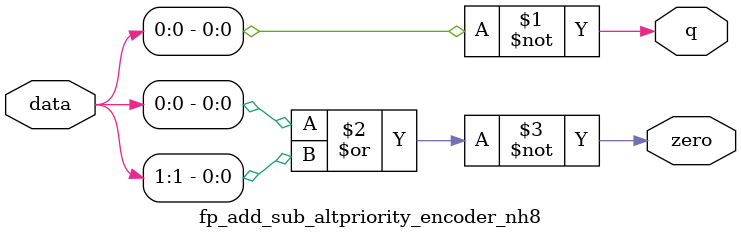
<source format=v>
module  fp_add_sub_altpriority_encoder_nh8
	(
	data,
	q,
	zero) ;
	input   [1:0]  data;
	output   [0:0]  q;
	output   zero;
	assign
		q = {(~ data[0])},
		zero = (~ (data[0] | data[1]));
endmodule
</source>
